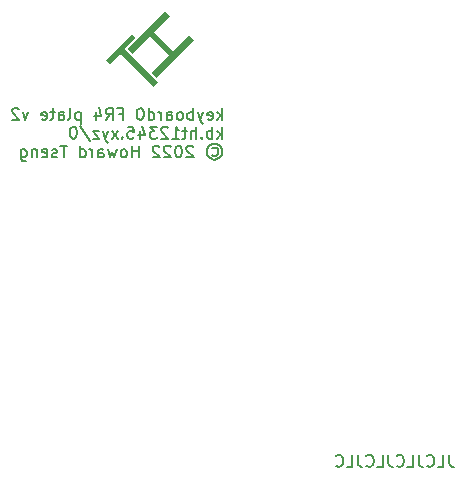
<source format=gbo>
%TF.GenerationSoftware,KiCad,Pcbnew,(5.1.10)-1*%
%TF.CreationDate,2022-01-09T14:06:06-05:00*%
%TF.ProjectId,custom_keyboard plate v2,63757374-6f6d-45f6-9b65-79626f617264,rev?*%
%TF.SameCoordinates,Original*%
%TF.FileFunction,Legend,Bot*%
%TF.FilePolarity,Positive*%
%FSLAX46Y46*%
G04 Gerber Fmt 4.6, Leading zero omitted, Abs format (unit mm)*
G04 Created by KiCad (PCBNEW (5.1.10)-1) date 2022-01-09 14:06:06*
%MOMM*%
%LPD*%
G01*
G04 APERTURE LIST*
%ADD10C,0.150000*%
%ADD11C,0.100000*%
G04 APERTURE END LIST*
D10*
X441154047Y-289946580D02*
X441154047Y-290660866D01*
X441201666Y-290803723D01*
X441296904Y-290898961D01*
X441439761Y-290946580D01*
X441535000Y-290946580D01*
X440201666Y-290946580D02*
X440677857Y-290946580D01*
X440677857Y-289946580D01*
X439296904Y-290851342D02*
X439344523Y-290898961D01*
X439487380Y-290946580D01*
X439582619Y-290946580D01*
X439725476Y-290898961D01*
X439820714Y-290803723D01*
X439868333Y-290708485D01*
X439915952Y-290518009D01*
X439915952Y-290375152D01*
X439868333Y-290184676D01*
X439820714Y-290089438D01*
X439725476Y-289994200D01*
X439582619Y-289946580D01*
X439487380Y-289946580D01*
X439344523Y-289994200D01*
X439296904Y-290041819D01*
X438582619Y-289946580D02*
X438582619Y-290660866D01*
X438630238Y-290803723D01*
X438725476Y-290898961D01*
X438868333Y-290946580D01*
X438963571Y-290946580D01*
X437630238Y-290946580D02*
X438106428Y-290946580D01*
X438106428Y-289946580D01*
X436725476Y-290851342D02*
X436773095Y-290898961D01*
X436915952Y-290946580D01*
X437011190Y-290946580D01*
X437154047Y-290898961D01*
X437249285Y-290803723D01*
X437296904Y-290708485D01*
X437344523Y-290518009D01*
X437344523Y-290375152D01*
X437296904Y-290184676D01*
X437249285Y-290089438D01*
X437154047Y-289994200D01*
X437011190Y-289946580D01*
X436915952Y-289946580D01*
X436773095Y-289994200D01*
X436725476Y-290041819D01*
X436011190Y-289946580D02*
X436011190Y-290660866D01*
X436058809Y-290803723D01*
X436154047Y-290898961D01*
X436296904Y-290946580D01*
X436392142Y-290946580D01*
X435058809Y-290946580D02*
X435535000Y-290946580D01*
X435535000Y-289946580D01*
X434154047Y-290851342D02*
X434201666Y-290898961D01*
X434344523Y-290946580D01*
X434439761Y-290946580D01*
X434582619Y-290898961D01*
X434677857Y-290803723D01*
X434725476Y-290708485D01*
X434773095Y-290518009D01*
X434773095Y-290375152D01*
X434725476Y-290184676D01*
X434677857Y-290089438D01*
X434582619Y-289994200D01*
X434439761Y-289946580D01*
X434344523Y-289946580D01*
X434201666Y-289994200D01*
X434154047Y-290041819D01*
X433439761Y-289946580D02*
X433439761Y-290660866D01*
X433487380Y-290803723D01*
X433582619Y-290898961D01*
X433725476Y-290946580D01*
X433820714Y-290946580D01*
X432487380Y-290946580D02*
X432963571Y-290946580D01*
X432963571Y-289946580D01*
X431582619Y-290851342D02*
X431630238Y-290898961D01*
X431773095Y-290946580D01*
X431868333Y-290946580D01*
X432011190Y-290898961D01*
X432106428Y-290803723D01*
X432154047Y-290708485D01*
X432201666Y-290518009D01*
X432201666Y-290375152D01*
X432154047Y-290184676D01*
X432106428Y-290089438D01*
X432011190Y-289994200D01*
X431868333Y-289946580D01*
X431773095Y-289946580D01*
X431630238Y-289994200D01*
X431582619Y-290041819D01*
X421103280Y-263992576D02*
X421198519Y-263944957D01*
X421388995Y-263944957D01*
X421484233Y-263992576D01*
X421579471Y-264087814D01*
X421627090Y-264183052D01*
X421627090Y-264373528D01*
X421579471Y-264468766D01*
X421484233Y-264564004D01*
X421388995Y-264611623D01*
X421198519Y-264611623D01*
X421103280Y-264564004D01*
X421293757Y-263611623D02*
X421531852Y-263659242D01*
X421769947Y-263802100D01*
X421912804Y-264040195D01*
X421960423Y-264278290D01*
X421912804Y-264516385D01*
X421769947Y-264754480D01*
X421531852Y-264897338D01*
X421293757Y-264944957D01*
X421055661Y-264897338D01*
X420817566Y-264754480D01*
X420674709Y-264516385D01*
X420627090Y-264278290D01*
X420674709Y-264040195D01*
X420817566Y-263802100D01*
X421055661Y-263659242D01*
X421293757Y-263611623D01*
X419484233Y-263849719D02*
X419436614Y-263802100D01*
X419341376Y-263754480D01*
X419103280Y-263754480D01*
X419008042Y-263802100D01*
X418960423Y-263849719D01*
X418912804Y-263944957D01*
X418912804Y-264040195D01*
X418960423Y-264183052D01*
X419531852Y-264754480D01*
X418912804Y-264754480D01*
X418293757Y-263754480D02*
X418198519Y-263754480D01*
X418103280Y-263802100D01*
X418055661Y-263849719D01*
X418008042Y-263944957D01*
X417960423Y-264135433D01*
X417960423Y-264373528D01*
X418008042Y-264564004D01*
X418055661Y-264659242D01*
X418103280Y-264706861D01*
X418198519Y-264754480D01*
X418293757Y-264754480D01*
X418388995Y-264706861D01*
X418436614Y-264659242D01*
X418484233Y-264564004D01*
X418531852Y-264373528D01*
X418531852Y-264135433D01*
X418484233Y-263944957D01*
X418436614Y-263849719D01*
X418388995Y-263802100D01*
X418293757Y-263754480D01*
X417579471Y-263849719D02*
X417531852Y-263802100D01*
X417436614Y-263754480D01*
X417198519Y-263754480D01*
X417103280Y-263802100D01*
X417055661Y-263849719D01*
X417008042Y-263944957D01*
X417008042Y-264040195D01*
X417055661Y-264183052D01*
X417627090Y-264754480D01*
X417008042Y-264754480D01*
X416627090Y-263849719D02*
X416579471Y-263802100D01*
X416484233Y-263754480D01*
X416246138Y-263754480D01*
X416150900Y-263802100D01*
X416103280Y-263849719D01*
X416055661Y-263944957D01*
X416055661Y-264040195D01*
X416103280Y-264183052D01*
X416674709Y-264754480D01*
X416055661Y-264754480D01*
X414865185Y-264754480D02*
X414865185Y-263754480D01*
X414865185Y-264230671D02*
X414293757Y-264230671D01*
X414293757Y-264754480D02*
X414293757Y-263754480D01*
X413674709Y-264754480D02*
X413769947Y-264706861D01*
X413817566Y-264659242D01*
X413865185Y-264564004D01*
X413865185Y-264278290D01*
X413817566Y-264183052D01*
X413769947Y-264135433D01*
X413674709Y-264087814D01*
X413531852Y-264087814D01*
X413436614Y-264135433D01*
X413388995Y-264183052D01*
X413341376Y-264278290D01*
X413341376Y-264564004D01*
X413388995Y-264659242D01*
X413436614Y-264706861D01*
X413531852Y-264754480D01*
X413674709Y-264754480D01*
X413008042Y-264087814D02*
X412817566Y-264754480D01*
X412627090Y-264278290D01*
X412436614Y-264754480D01*
X412246138Y-264087814D01*
X411436614Y-264754480D02*
X411436614Y-264230671D01*
X411484233Y-264135433D01*
X411579471Y-264087814D01*
X411769947Y-264087814D01*
X411865185Y-264135433D01*
X411436614Y-264706861D02*
X411531852Y-264754480D01*
X411769947Y-264754480D01*
X411865185Y-264706861D01*
X411912804Y-264611623D01*
X411912804Y-264516385D01*
X411865185Y-264421147D01*
X411769947Y-264373528D01*
X411531852Y-264373528D01*
X411436614Y-264325909D01*
X410960423Y-264754480D02*
X410960423Y-264087814D01*
X410960423Y-264278290D02*
X410912804Y-264183052D01*
X410865185Y-264135433D01*
X410769947Y-264087814D01*
X410674709Y-264087814D01*
X409912804Y-264754480D02*
X409912804Y-263754480D01*
X409912804Y-264706861D02*
X410008042Y-264754480D01*
X410198519Y-264754480D01*
X410293757Y-264706861D01*
X410341376Y-264659242D01*
X410388995Y-264564004D01*
X410388995Y-264278290D01*
X410341376Y-264183052D01*
X410293757Y-264135433D01*
X410198519Y-264087814D01*
X410008042Y-264087814D01*
X409912804Y-264135433D01*
X408817566Y-263754480D02*
X408246138Y-263754480D01*
X408531852Y-264754480D02*
X408531852Y-263754480D01*
X407960423Y-264706861D02*
X407865185Y-264754480D01*
X407674709Y-264754480D01*
X407579471Y-264706861D01*
X407531852Y-264611623D01*
X407531852Y-264564004D01*
X407579471Y-264468766D01*
X407674709Y-264421147D01*
X407817566Y-264421147D01*
X407912804Y-264373528D01*
X407960423Y-264278290D01*
X407960423Y-264230671D01*
X407912804Y-264135433D01*
X407817566Y-264087814D01*
X407674709Y-264087814D01*
X407579471Y-264135433D01*
X406722328Y-264706861D02*
X406817566Y-264754480D01*
X407008042Y-264754480D01*
X407103280Y-264706861D01*
X407150900Y-264611623D01*
X407150900Y-264230671D01*
X407103280Y-264135433D01*
X407008042Y-264087814D01*
X406817566Y-264087814D01*
X406722328Y-264135433D01*
X406674709Y-264230671D01*
X406674709Y-264325909D01*
X407150900Y-264421147D01*
X406246138Y-264087814D02*
X406246138Y-264754480D01*
X406246138Y-264183052D02*
X406198519Y-264135433D01*
X406103280Y-264087814D01*
X405960423Y-264087814D01*
X405865185Y-264135433D01*
X405817566Y-264230671D01*
X405817566Y-264754480D01*
X404912804Y-264087814D02*
X404912804Y-264897338D01*
X404960423Y-264992576D01*
X405008042Y-265040195D01*
X405103280Y-265087814D01*
X405246138Y-265087814D01*
X405341376Y-265040195D01*
X404912804Y-264706861D02*
X405008042Y-264754480D01*
X405198519Y-264754480D01*
X405293757Y-264706861D01*
X405341376Y-264659242D01*
X405388995Y-264564004D01*
X405388995Y-264278290D01*
X405341376Y-264183052D01*
X405293757Y-264135433D01*
X405198519Y-264087814D01*
X405008042Y-264087814D01*
X404912804Y-264135433D01*
X421912804Y-263167080D02*
X421912804Y-262167080D01*
X421817566Y-262786128D02*
X421531852Y-263167080D01*
X421531852Y-262500414D02*
X421912804Y-262881366D01*
X421103280Y-263167080D02*
X421103280Y-262167080D01*
X421103280Y-262548033D02*
X421008042Y-262500414D01*
X420817566Y-262500414D01*
X420722328Y-262548033D01*
X420674709Y-262595652D01*
X420627090Y-262690890D01*
X420627090Y-262976604D01*
X420674709Y-263071842D01*
X420722328Y-263119461D01*
X420817566Y-263167080D01*
X421008042Y-263167080D01*
X421103280Y-263119461D01*
X420198519Y-263071842D02*
X420150900Y-263119461D01*
X420198519Y-263167080D01*
X420246138Y-263119461D01*
X420198519Y-263071842D01*
X420198519Y-263167080D01*
X419722328Y-263167080D02*
X419722328Y-262167080D01*
X419293757Y-263167080D02*
X419293757Y-262643271D01*
X419341376Y-262548033D01*
X419436614Y-262500414D01*
X419579471Y-262500414D01*
X419674709Y-262548033D01*
X419722328Y-262595652D01*
X418960423Y-262500414D02*
X418579471Y-262500414D01*
X418817566Y-262167080D02*
X418817566Y-263024223D01*
X418769947Y-263119461D01*
X418674709Y-263167080D01*
X418579471Y-263167080D01*
X417722328Y-263167080D02*
X418293757Y-263167080D01*
X418008042Y-263167080D02*
X418008042Y-262167080D01*
X418103280Y-262309938D01*
X418198519Y-262405176D01*
X418293757Y-262452795D01*
X417341376Y-262262319D02*
X417293757Y-262214700D01*
X417198519Y-262167080D01*
X416960423Y-262167080D01*
X416865185Y-262214700D01*
X416817566Y-262262319D01*
X416769947Y-262357557D01*
X416769947Y-262452795D01*
X416817566Y-262595652D01*
X417388995Y-263167080D01*
X416769947Y-263167080D01*
X416436614Y-262167080D02*
X415817566Y-262167080D01*
X416150900Y-262548033D01*
X416008042Y-262548033D01*
X415912804Y-262595652D01*
X415865185Y-262643271D01*
X415817566Y-262738509D01*
X415817566Y-262976604D01*
X415865185Y-263071842D01*
X415912804Y-263119461D01*
X416008042Y-263167080D01*
X416293757Y-263167080D01*
X416388995Y-263119461D01*
X416436614Y-263071842D01*
X414960423Y-262500414D02*
X414960423Y-263167080D01*
X415198519Y-262119461D02*
X415436614Y-262833747D01*
X414817566Y-262833747D01*
X413960423Y-262167080D02*
X414436614Y-262167080D01*
X414484233Y-262643271D01*
X414436614Y-262595652D01*
X414341376Y-262548033D01*
X414103280Y-262548033D01*
X414008042Y-262595652D01*
X413960423Y-262643271D01*
X413912804Y-262738509D01*
X413912804Y-262976604D01*
X413960423Y-263071842D01*
X414008042Y-263119461D01*
X414103280Y-263167080D01*
X414341376Y-263167080D01*
X414436614Y-263119461D01*
X414484233Y-263071842D01*
X413484233Y-263071842D02*
X413436614Y-263119461D01*
X413484233Y-263167080D01*
X413531852Y-263119461D01*
X413484233Y-263071842D01*
X413484233Y-263167080D01*
X413103280Y-263167080D02*
X412579471Y-262500414D01*
X413103280Y-262500414D02*
X412579471Y-263167080D01*
X412293757Y-262500414D02*
X412055661Y-263167080D01*
X411817566Y-262500414D02*
X412055661Y-263167080D01*
X412150900Y-263405176D01*
X412198519Y-263452795D01*
X412293757Y-263500414D01*
X411531852Y-262500414D02*
X411008042Y-262500414D01*
X411531852Y-263167080D01*
X411008042Y-263167080D01*
X409912804Y-262119461D02*
X410769947Y-263405176D01*
X409388995Y-262167080D02*
X409293757Y-262167080D01*
X409198519Y-262214700D01*
X409150900Y-262262319D01*
X409103280Y-262357557D01*
X409055661Y-262548033D01*
X409055661Y-262786128D01*
X409103280Y-262976604D01*
X409150900Y-263071842D01*
X409198519Y-263119461D01*
X409293757Y-263167080D01*
X409388995Y-263167080D01*
X409484233Y-263119461D01*
X409531852Y-263071842D01*
X409579471Y-262976604D01*
X409627090Y-262786128D01*
X409627090Y-262548033D01*
X409579471Y-262357557D01*
X409531852Y-262262319D01*
X409484233Y-262214700D01*
X409388995Y-262167080D01*
X421912804Y-261579680D02*
X421912804Y-260579680D01*
X421817566Y-261198728D02*
X421531852Y-261579680D01*
X421531852Y-260913014D02*
X421912804Y-261293966D01*
X420722328Y-261532061D02*
X420817566Y-261579680D01*
X421008042Y-261579680D01*
X421103280Y-261532061D01*
X421150900Y-261436823D01*
X421150900Y-261055871D01*
X421103280Y-260960633D01*
X421008042Y-260913014D01*
X420817566Y-260913014D01*
X420722328Y-260960633D01*
X420674709Y-261055871D01*
X420674709Y-261151109D01*
X421150900Y-261246347D01*
X420341376Y-260913014D02*
X420103280Y-261579680D01*
X419865185Y-260913014D02*
X420103280Y-261579680D01*
X420198519Y-261817776D01*
X420246138Y-261865395D01*
X420341376Y-261913014D01*
X419484233Y-261579680D02*
X419484233Y-260579680D01*
X419484233Y-260960633D02*
X419388995Y-260913014D01*
X419198519Y-260913014D01*
X419103280Y-260960633D01*
X419055661Y-261008252D01*
X419008042Y-261103490D01*
X419008042Y-261389204D01*
X419055661Y-261484442D01*
X419103280Y-261532061D01*
X419198519Y-261579680D01*
X419388995Y-261579680D01*
X419484233Y-261532061D01*
X418436614Y-261579680D02*
X418531852Y-261532061D01*
X418579471Y-261484442D01*
X418627090Y-261389204D01*
X418627090Y-261103490D01*
X418579471Y-261008252D01*
X418531852Y-260960633D01*
X418436614Y-260913014D01*
X418293757Y-260913014D01*
X418198519Y-260960633D01*
X418150900Y-261008252D01*
X418103280Y-261103490D01*
X418103280Y-261389204D01*
X418150900Y-261484442D01*
X418198519Y-261532061D01*
X418293757Y-261579680D01*
X418436614Y-261579680D01*
X417246138Y-261579680D02*
X417246138Y-261055871D01*
X417293757Y-260960633D01*
X417388995Y-260913014D01*
X417579471Y-260913014D01*
X417674709Y-260960633D01*
X417246138Y-261532061D02*
X417341376Y-261579680D01*
X417579471Y-261579680D01*
X417674709Y-261532061D01*
X417722328Y-261436823D01*
X417722328Y-261341585D01*
X417674709Y-261246347D01*
X417579471Y-261198728D01*
X417341376Y-261198728D01*
X417246138Y-261151109D01*
X416769947Y-261579680D02*
X416769947Y-260913014D01*
X416769947Y-261103490D02*
X416722328Y-261008252D01*
X416674709Y-260960633D01*
X416579471Y-260913014D01*
X416484233Y-260913014D01*
X415722328Y-261579680D02*
X415722328Y-260579680D01*
X415722328Y-261532061D02*
X415817566Y-261579680D01*
X416008042Y-261579680D01*
X416103280Y-261532061D01*
X416150900Y-261484442D01*
X416198519Y-261389204D01*
X416198519Y-261103490D01*
X416150900Y-261008252D01*
X416103280Y-260960633D01*
X416008042Y-260913014D01*
X415817566Y-260913014D01*
X415722328Y-260960633D01*
X415055661Y-260579680D02*
X414960423Y-260579680D01*
X414865185Y-260627300D01*
X414817566Y-260674919D01*
X414769947Y-260770157D01*
X414722328Y-260960633D01*
X414722328Y-261198728D01*
X414769947Y-261389204D01*
X414817566Y-261484442D01*
X414865185Y-261532061D01*
X414960423Y-261579680D01*
X415055661Y-261579680D01*
X415150900Y-261532061D01*
X415198519Y-261484442D01*
X415246138Y-261389204D01*
X415293757Y-261198728D01*
X415293757Y-260960633D01*
X415246138Y-260770157D01*
X415198519Y-260674919D01*
X415150900Y-260627300D01*
X415055661Y-260579680D01*
X413198519Y-261055871D02*
X413531852Y-261055871D01*
X413531852Y-261579680D02*
X413531852Y-260579680D01*
X413055661Y-260579680D01*
X412103280Y-261579680D02*
X412436614Y-261103490D01*
X412674709Y-261579680D02*
X412674709Y-260579680D01*
X412293757Y-260579680D01*
X412198519Y-260627300D01*
X412150900Y-260674919D01*
X412103280Y-260770157D01*
X412103280Y-260913014D01*
X412150900Y-261008252D01*
X412198519Y-261055871D01*
X412293757Y-261103490D01*
X412674709Y-261103490D01*
X411246138Y-260913014D02*
X411246138Y-261579680D01*
X411484233Y-260532061D02*
X411722328Y-261246347D01*
X411103280Y-261246347D01*
X409960423Y-260913014D02*
X409960423Y-261913014D01*
X409960423Y-260960633D02*
X409865185Y-260913014D01*
X409674709Y-260913014D01*
X409579471Y-260960633D01*
X409531852Y-261008252D01*
X409484233Y-261103490D01*
X409484233Y-261389204D01*
X409531852Y-261484442D01*
X409579471Y-261532061D01*
X409674709Y-261579680D01*
X409865185Y-261579680D01*
X409960423Y-261532061D01*
X408912804Y-261579680D02*
X409008042Y-261532061D01*
X409055661Y-261436823D01*
X409055661Y-260579680D01*
X408103280Y-261579680D02*
X408103280Y-261055871D01*
X408150900Y-260960633D01*
X408246138Y-260913014D01*
X408436614Y-260913014D01*
X408531852Y-260960633D01*
X408103280Y-261532061D02*
X408198519Y-261579680D01*
X408436614Y-261579680D01*
X408531852Y-261532061D01*
X408579471Y-261436823D01*
X408579471Y-261341585D01*
X408531852Y-261246347D01*
X408436614Y-261198728D01*
X408198519Y-261198728D01*
X408103280Y-261151109D01*
X407769947Y-260913014D02*
X407388995Y-260913014D01*
X407627090Y-260579680D02*
X407627090Y-261436823D01*
X407579471Y-261532061D01*
X407484233Y-261579680D01*
X407388995Y-261579680D01*
X406674709Y-261532061D02*
X406769947Y-261579680D01*
X406960423Y-261579680D01*
X407055661Y-261532061D01*
X407103280Y-261436823D01*
X407103280Y-261055871D01*
X407055661Y-260960633D01*
X406960423Y-260913014D01*
X406769947Y-260913014D01*
X406674709Y-260960633D01*
X406627090Y-261055871D01*
X406627090Y-261151109D01*
X407103280Y-261246347D01*
X405531852Y-260913014D02*
X405293757Y-261579680D01*
X405055661Y-260913014D01*
X404722328Y-260674919D02*
X404674709Y-260627300D01*
X404579471Y-260579680D01*
X404341376Y-260579680D01*
X404246138Y-260627300D01*
X404198519Y-260674919D01*
X404150900Y-260770157D01*
X404150900Y-260865395D01*
X404198519Y-261008252D01*
X404769947Y-261579680D01*
X404150900Y-261579680D01*
D11*
%TO.C,logo*%
G36*
X413708050Y-255568954D02*
G01*
X414602342Y-254674663D01*
X414284842Y-254343933D01*
X412088800Y-256542621D01*
X412419529Y-256870704D01*
X413308529Y-255979058D01*
X416136925Y-258823329D01*
X416547029Y-258410579D01*
X413708050Y-255568954D01*
G37*
G36*
X416401508Y-258003121D02*
G01*
X419576508Y-254828121D01*
X419163758Y-254423308D01*
X417798508Y-255791204D01*
X416192487Y-254182538D01*
X417560383Y-252811996D01*
X417144987Y-252396600D01*
X413969987Y-255571600D01*
X414390675Y-255981704D01*
X415851175Y-254515913D01*
X417459842Y-256119288D01*
X415994050Y-257585079D01*
X416401508Y-258003121D01*
G37*
%TD*%
%LPC*%
M02*

</source>
